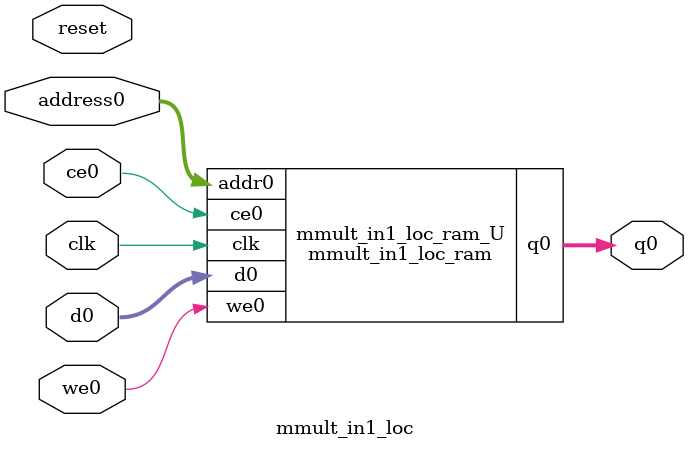
<source format=v>
`timescale 1 ns / 1 ps
module mmult_in1_loc_ram (addr0, ce0, d0, we0, q0,  clk);

parameter DWIDTH = 32;
parameter AWIDTH = 12;
parameter MEM_SIZE = 4096;

input[AWIDTH-1:0] addr0;
input ce0;
input[DWIDTH-1:0] d0;
input we0;
output reg[DWIDTH-1:0] q0;
input clk;

(* ram_style = "block" *)reg [DWIDTH-1:0] ram[0:MEM_SIZE-1];




always @(posedge clk)  
begin 
    if (ce0) begin
        if (we0) 
            ram[addr0] <= d0; 
        q0 <= ram[addr0];
    end
end


endmodule

`timescale 1 ns / 1 ps
module mmult_in1_loc(
    reset,
    clk,
    address0,
    ce0,
    we0,
    d0,
    q0);

parameter DataWidth = 32'd32;
parameter AddressRange = 32'd4096;
parameter AddressWidth = 32'd12;
input reset;
input clk;
input[AddressWidth - 1:0] address0;
input ce0;
input we0;
input[DataWidth - 1:0] d0;
output[DataWidth - 1:0] q0;



mmult_in1_loc_ram mmult_in1_loc_ram_U(
    .clk( clk ),
    .addr0( address0 ),
    .ce0( ce0 ),
    .we0( we0 ),
    .d0( d0 ),
    .q0( q0 ));

endmodule


</source>
